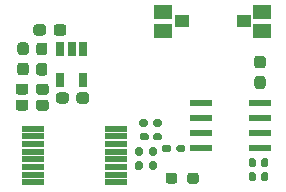
<source format=gbr>
%TF.GenerationSoftware,KiCad,Pcbnew,(5.1.8)-1*%
%TF.CreationDate,2021-11-11T12:40:01-05:00*%
%TF.ProjectId,Metal_flaw_sensor,4d657461-6c5f-4666-9c61-775f73656e73,rev?*%
%TF.SameCoordinates,Original*%
%TF.FileFunction,Paste,Top*%
%TF.FilePolarity,Positive*%
%FSLAX46Y46*%
G04 Gerber Fmt 4.6, Leading zero omitted, Abs format (unit mm)*
G04 Created by KiCad (PCBNEW (5.1.8)-1) date 2021-11-11 12:40:01*
%MOMM*%
%LPD*%
G01*
G04 APERTURE LIST*
%ADD10R,1.900000X0.480000*%
%ADD11R,0.650000X1.220000*%
%ADD12R,1.970000X0.600000*%
%ADD13R,1.200000X1.000000*%
%ADD14R,1.500000X1.200000*%
G04 APERTURE END LIST*
D10*
%TO.C,U2*%
X122105000Y-118435000D03*
X122105000Y-117785000D03*
X122105000Y-117135000D03*
X122105000Y-116485000D03*
X122105000Y-115835000D03*
X122105000Y-115185000D03*
X122105000Y-114535000D03*
X122105000Y-113885000D03*
X129115000Y-113885000D03*
X129115000Y-114535000D03*
X129115000Y-115185000D03*
X129115000Y-115835000D03*
X129115000Y-116485000D03*
X129115000Y-117135000D03*
X129115000Y-117785000D03*
X129115000Y-118435000D03*
%TD*%
%TO.C,C3*%
G36*
G01*
X141082500Y-109445000D02*
X141557500Y-109445000D01*
G75*
G02*
X141795000Y-109682500I0J-237500D01*
G01*
X141795000Y-110282500D01*
G75*
G02*
X141557500Y-110520000I-237500J0D01*
G01*
X141082500Y-110520000D01*
G75*
G02*
X140845000Y-110282500I0J237500D01*
G01*
X140845000Y-109682500D01*
G75*
G02*
X141082500Y-109445000I237500J0D01*
G01*
G37*
G36*
G01*
X141082500Y-107720000D02*
X141557500Y-107720000D01*
G75*
G02*
X141795000Y-107957500I0J-237500D01*
G01*
X141795000Y-108557500D01*
G75*
G02*
X141557500Y-108795000I-237500J0D01*
G01*
X141082500Y-108795000D01*
G75*
G02*
X140845000Y-108557500I0J237500D01*
G01*
X140845000Y-107957500D01*
G75*
G02*
X141082500Y-107720000I237500J0D01*
G01*
G37*
%TD*%
%TO.C,R6*%
G36*
G01*
X132430000Y-116190000D02*
X132110000Y-116190000D01*
G75*
G02*
X131950000Y-116030000I0J160000D01*
G01*
X131950000Y-115635000D01*
G75*
G02*
X132110000Y-115475000I160000J0D01*
G01*
X132430000Y-115475000D01*
G75*
G02*
X132590000Y-115635000I0J-160000D01*
G01*
X132590000Y-116030000D01*
G75*
G02*
X132430000Y-116190000I-160000J0D01*
G01*
G37*
G36*
G01*
X132430000Y-117385000D02*
X132110000Y-117385000D01*
G75*
G02*
X131950000Y-117225000I0J160000D01*
G01*
X131950000Y-116830000D01*
G75*
G02*
X132110000Y-116670000I160000J0D01*
G01*
X132430000Y-116670000D01*
G75*
G02*
X132590000Y-116830000I0J-160000D01*
G01*
X132590000Y-117225000D01*
G75*
G02*
X132430000Y-117385000I-160000J0D01*
G01*
G37*
%TD*%
%TO.C,R5*%
G36*
G01*
X131220000Y-116190000D02*
X130900000Y-116190000D01*
G75*
G02*
X130740000Y-116030000I0J160000D01*
G01*
X130740000Y-115635000D01*
G75*
G02*
X130900000Y-115475000I160000J0D01*
G01*
X131220000Y-115475000D01*
G75*
G02*
X131380000Y-115635000I0J-160000D01*
G01*
X131380000Y-116030000D01*
G75*
G02*
X131220000Y-116190000I-160000J0D01*
G01*
G37*
G36*
G01*
X131220000Y-117385000D02*
X130900000Y-117385000D01*
G75*
G02*
X130740000Y-117225000I0J160000D01*
G01*
X130740000Y-116830000D01*
G75*
G02*
X130900000Y-116670000I160000J0D01*
G01*
X131220000Y-116670000D01*
G75*
G02*
X131380000Y-116830000I0J-160000D01*
G01*
X131380000Y-117225000D01*
G75*
G02*
X131220000Y-117385000I-160000J0D01*
G01*
G37*
%TD*%
%TO.C,R4*%
G36*
G01*
X133770000Y-115410000D02*
X133770000Y-115730000D01*
G75*
G02*
X133610000Y-115890000I-160000J0D01*
G01*
X133215000Y-115890000D01*
G75*
G02*
X133055000Y-115730000I0J160000D01*
G01*
X133055000Y-115410000D01*
G75*
G02*
X133215000Y-115250000I160000J0D01*
G01*
X133610000Y-115250000D01*
G75*
G02*
X133770000Y-115410000I0J-160000D01*
G01*
G37*
G36*
G01*
X134965000Y-115410000D02*
X134965000Y-115730000D01*
G75*
G02*
X134805000Y-115890000I-160000J0D01*
G01*
X134410000Y-115890000D01*
G75*
G02*
X134250000Y-115730000I0J160000D01*
G01*
X134250000Y-115410000D01*
G75*
G02*
X134410000Y-115250000I160000J0D01*
G01*
X134805000Y-115250000D01*
G75*
G02*
X134965000Y-115410000I0J-160000D01*
G01*
G37*
%TD*%
%TO.C,R3*%
G36*
G01*
X131820000Y-113250000D02*
X131820000Y-113570000D01*
G75*
G02*
X131660000Y-113730000I-160000J0D01*
G01*
X131265000Y-113730000D01*
G75*
G02*
X131105000Y-113570000I0J160000D01*
G01*
X131105000Y-113250000D01*
G75*
G02*
X131265000Y-113090000I160000J0D01*
G01*
X131660000Y-113090000D01*
G75*
G02*
X131820000Y-113250000I0J-160000D01*
G01*
G37*
G36*
G01*
X133015000Y-113250000D02*
X133015000Y-113570000D01*
G75*
G02*
X132855000Y-113730000I-160000J0D01*
G01*
X132460000Y-113730000D01*
G75*
G02*
X132300000Y-113570000I0J160000D01*
G01*
X132300000Y-113250000D01*
G75*
G02*
X132460000Y-113090000I160000J0D01*
G01*
X132855000Y-113090000D01*
G75*
G02*
X133015000Y-113250000I0J-160000D01*
G01*
G37*
%TD*%
%TO.C,R2*%
G36*
G01*
X141880000Y-117120000D02*
X141560000Y-117120000D01*
G75*
G02*
X141400000Y-116960000I0J160000D01*
G01*
X141400000Y-116565000D01*
G75*
G02*
X141560000Y-116405000I160000J0D01*
G01*
X141880000Y-116405000D01*
G75*
G02*
X142040000Y-116565000I0J-160000D01*
G01*
X142040000Y-116960000D01*
G75*
G02*
X141880000Y-117120000I-160000J0D01*
G01*
G37*
G36*
G01*
X141880000Y-118315000D02*
X141560000Y-118315000D01*
G75*
G02*
X141400000Y-118155000I0J160000D01*
G01*
X141400000Y-117760000D01*
G75*
G02*
X141560000Y-117600000I160000J0D01*
G01*
X141880000Y-117600000D01*
G75*
G02*
X142040000Y-117760000I0J-160000D01*
G01*
X142040000Y-118155000D01*
G75*
G02*
X141880000Y-118315000I-160000J0D01*
G01*
G37*
%TD*%
%TO.C,R1*%
G36*
G01*
X140520000Y-117600000D02*
X140840000Y-117600000D01*
G75*
G02*
X141000000Y-117760000I0J-160000D01*
G01*
X141000000Y-118155000D01*
G75*
G02*
X140840000Y-118315000I-160000J0D01*
G01*
X140520000Y-118315000D01*
G75*
G02*
X140360000Y-118155000I0J160000D01*
G01*
X140360000Y-117760000D01*
G75*
G02*
X140520000Y-117600000I160000J0D01*
G01*
G37*
G36*
G01*
X140520000Y-116405000D02*
X140840000Y-116405000D01*
G75*
G02*
X141000000Y-116565000I0J-160000D01*
G01*
X141000000Y-116960000D01*
G75*
G02*
X140840000Y-117120000I-160000J0D01*
G01*
X140520000Y-117120000D01*
G75*
G02*
X140360000Y-116960000I0J160000D01*
G01*
X140360000Y-116565000D01*
G75*
G02*
X140520000Y-116405000I160000J0D01*
G01*
G37*
%TD*%
%TO.C,C5*%
G36*
G01*
X131890000Y-114425000D02*
X131890000Y-114735000D01*
G75*
G02*
X131735000Y-114890000I-155000J0D01*
G01*
X131310000Y-114890000D01*
G75*
G02*
X131155000Y-114735000I0J155000D01*
G01*
X131155000Y-114425000D01*
G75*
G02*
X131310000Y-114270000I155000J0D01*
G01*
X131735000Y-114270000D01*
G75*
G02*
X131890000Y-114425000I0J-155000D01*
G01*
G37*
G36*
G01*
X133025000Y-114425000D02*
X133025000Y-114735000D01*
G75*
G02*
X132870000Y-114890000I-155000J0D01*
G01*
X132445000Y-114890000D01*
G75*
G02*
X132290000Y-114735000I0J155000D01*
G01*
X132290000Y-114425000D01*
G75*
G02*
X132445000Y-114270000I155000J0D01*
G01*
X132870000Y-114270000D01*
G75*
G02*
X133025000Y-114425000I0J-155000D01*
G01*
G37*
%TD*%
D11*
%TO.C,U3*%
X126330000Y-109760000D03*
X124430000Y-109760000D03*
X124430000Y-107140000D03*
X125380000Y-107140000D03*
X126330000Y-107140000D03*
%TD*%
D12*
%TO.C,U1*%
X141315000Y-111755000D03*
X141315000Y-113025000D03*
X141315000Y-114295000D03*
X141315000Y-115565000D03*
X136365000Y-115565000D03*
X136365000Y-114295000D03*
X136365000Y-113025000D03*
X136365000Y-111755000D03*
%TD*%
%TO.C,R8*%
G36*
G01*
X134315000Y-117852500D02*
X134315000Y-118327500D01*
G75*
G02*
X134077500Y-118565000I-237500J0D01*
G01*
X133577500Y-118565000D01*
G75*
G02*
X133340000Y-118327500I0J237500D01*
G01*
X133340000Y-117852500D01*
G75*
G02*
X133577500Y-117615000I237500J0D01*
G01*
X134077500Y-117615000D01*
G75*
G02*
X134315000Y-117852500I0J-237500D01*
G01*
G37*
G36*
G01*
X136140000Y-117852500D02*
X136140000Y-118327500D01*
G75*
G02*
X135902500Y-118565000I-237500J0D01*
G01*
X135402500Y-118565000D01*
G75*
G02*
X135165000Y-118327500I0J237500D01*
G01*
X135165000Y-117852500D01*
G75*
G02*
X135402500Y-117615000I237500J0D01*
G01*
X135902500Y-117615000D01*
G75*
G02*
X136140000Y-117852500I0J-237500D01*
G01*
G37*
%TD*%
D13*
%TO.C,J2*%
X139930000Y-104780000D03*
D14*
X141520000Y-105580000D03*
X141520000Y-103980000D03*
%TD*%
D13*
%TO.C,J1*%
X134720000Y-104780000D03*
D14*
X133130000Y-103980000D03*
X133130000Y-105580000D03*
%TD*%
%TO.C,FB1*%
G36*
G01*
X123087500Y-107675000D02*
X122612500Y-107675000D01*
G75*
G02*
X122375000Y-107437500I0J237500D01*
G01*
X122375000Y-106837500D01*
G75*
G02*
X122612500Y-106600000I237500J0D01*
G01*
X123087500Y-106600000D01*
G75*
G02*
X123325000Y-106837500I0J-237500D01*
G01*
X123325000Y-107437500D01*
G75*
G02*
X123087500Y-107675000I-237500J0D01*
G01*
G37*
G36*
G01*
X123087500Y-109400000D02*
X122612500Y-109400000D01*
G75*
G02*
X122375000Y-109162500I0J237500D01*
G01*
X122375000Y-108562500D01*
G75*
G02*
X122612500Y-108325000I237500J0D01*
G01*
X123087500Y-108325000D01*
G75*
G02*
X123325000Y-108562500I0J-237500D01*
G01*
X123325000Y-109162500D01*
G75*
G02*
X123087500Y-109400000I-237500J0D01*
G01*
G37*
%TD*%
%TO.C,C8*%
G36*
G01*
X125785000Y-111527500D02*
X125785000Y-111052500D01*
G75*
G02*
X126022500Y-110815000I237500J0D01*
G01*
X126622500Y-110815000D01*
G75*
G02*
X126860000Y-111052500I0J-237500D01*
G01*
X126860000Y-111527500D01*
G75*
G02*
X126622500Y-111765000I-237500J0D01*
G01*
X126022500Y-111765000D01*
G75*
G02*
X125785000Y-111527500I0J237500D01*
G01*
G37*
G36*
G01*
X124060000Y-111527500D02*
X124060000Y-111052500D01*
G75*
G02*
X124297500Y-110815000I237500J0D01*
G01*
X124897500Y-110815000D01*
G75*
G02*
X125135000Y-111052500I0J-237500D01*
G01*
X125135000Y-111527500D01*
G75*
G02*
X124897500Y-111765000I-237500J0D01*
G01*
X124297500Y-111765000D01*
G75*
G02*
X124060000Y-111527500I0J237500D01*
G01*
G37*
%TD*%
%TO.C,C7*%
G36*
G01*
X123855000Y-105767500D02*
X123855000Y-105292500D01*
G75*
G02*
X124092500Y-105055000I237500J0D01*
G01*
X124692500Y-105055000D01*
G75*
G02*
X124930000Y-105292500I0J-237500D01*
G01*
X124930000Y-105767500D01*
G75*
G02*
X124692500Y-106005000I-237500J0D01*
G01*
X124092500Y-106005000D01*
G75*
G02*
X123855000Y-105767500I0J237500D01*
G01*
G37*
G36*
G01*
X122130000Y-105767500D02*
X122130000Y-105292500D01*
G75*
G02*
X122367500Y-105055000I237500J0D01*
G01*
X122967500Y-105055000D01*
G75*
G02*
X123205000Y-105292500I0J-237500D01*
G01*
X123205000Y-105767500D01*
G75*
G02*
X122967500Y-106005000I-237500J0D01*
G01*
X122367500Y-106005000D01*
G75*
G02*
X122130000Y-105767500I0J237500D01*
G01*
G37*
%TD*%
%TO.C,C4*%
G36*
G01*
X122365000Y-112137500D02*
X122365000Y-111662500D01*
G75*
G02*
X122602500Y-111425000I237500J0D01*
G01*
X123202500Y-111425000D01*
G75*
G02*
X123440000Y-111662500I0J-237500D01*
G01*
X123440000Y-112137500D01*
G75*
G02*
X123202500Y-112375000I-237500J0D01*
G01*
X122602500Y-112375000D01*
G75*
G02*
X122365000Y-112137500I0J237500D01*
G01*
G37*
G36*
G01*
X120640000Y-112137500D02*
X120640000Y-111662500D01*
G75*
G02*
X120877500Y-111425000I237500J0D01*
G01*
X121477500Y-111425000D01*
G75*
G02*
X121715000Y-111662500I0J-237500D01*
G01*
X121715000Y-112137500D01*
G75*
G02*
X121477500Y-112375000I-237500J0D01*
G01*
X120877500Y-112375000D01*
G75*
G02*
X120640000Y-112137500I0J237500D01*
G01*
G37*
%TD*%
%TO.C,C2*%
G36*
G01*
X121022500Y-108305000D02*
X121497500Y-108305000D01*
G75*
G02*
X121735000Y-108542500I0J-237500D01*
G01*
X121735000Y-109142500D01*
G75*
G02*
X121497500Y-109380000I-237500J0D01*
G01*
X121022500Y-109380000D01*
G75*
G02*
X120785000Y-109142500I0J237500D01*
G01*
X120785000Y-108542500D01*
G75*
G02*
X121022500Y-108305000I237500J0D01*
G01*
G37*
G36*
G01*
X121022500Y-106580000D02*
X121497500Y-106580000D01*
G75*
G02*
X121735000Y-106817500I0J-237500D01*
G01*
X121735000Y-107417500D01*
G75*
G02*
X121497500Y-107655000I-237500J0D01*
G01*
X121022500Y-107655000D01*
G75*
G02*
X120785000Y-107417500I0J237500D01*
G01*
X120785000Y-106817500D01*
G75*
G02*
X121022500Y-106580000I237500J0D01*
G01*
G37*
%TD*%
%TO.C,C1*%
G36*
G01*
X121715000Y-110312500D02*
X121715000Y-110787500D01*
G75*
G02*
X121477500Y-111025000I-237500J0D01*
G01*
X120877500Y-111025000D01*
G75*
G02*
X120640000Y-110787500I0J237500D01*
G01*
X120640000Y-110312500D01*
G75*
G02*
X120877500Y-110075000I237500J0D01*
G01*
X121477500Y-110075000D01*
G75*
G02*
X121715000Y-110312500I0J-237500D01*
G01*
G37*
G36*
G01*
X123440000Y-110312500D02*
X123440000Y-110787500D01*
G75*
G02*
X123202500Y-111025000I-237500J0D01*
G01*
X122602500Y-111025000D01*
G75*
G02*
X122365000Y-110787500I0J237500D01*
G01*
X122365000Y-110312500D01*
G75*
G02*
X122602500Y-110075000I237500J0D01*
G01*
X123202500Y-110075000D01*
G75*
G02*
X123440000Y-110312500I0J-237500D01*
G01*
G37*
%TD*%
M02*

</source>
